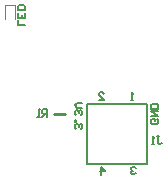
<source format=gbo>
G04*
G04 #@! TF.GenerationSoftware,Altium Limited,Altium Designer,22.5.1 (42)*
G04*
G04 Layer_Color=32896*
%FSLAX24Y24*%
%MOIN*%
G70*
G04*
G04 #@! TF.SameCoordinates,5C00E3EC-F711-4006-A76F-14F01AC31ACF*
G04*
G04*
G04 #@! TF.FilePolarity,Positive*
G04*
G01*
G75*
%ADD10C,0.0100*%
%ADD16C,0.0080*%
%ADD21C,0.0040*%
%ADD22C,0.0050*%
D10*
X15330Y104900D02*
X15690D01*
D16*
X16440Y103240D02*
X18440D01*
X16440Y105240D02*
X18440D01*
X16440Y103240D02*
Y105240D01*
X18440Y103240D02*
Y105240D01*
D21*
X13690Y108060D02*
Y108530D01*
X14030Y108060D02*
Y108530D01*
X13690D02*
X14030D01*
D22*
X17980Y105360D02*
X17897D01*
X17938D01*
Y105610D01*
X17980Y105568D01*
X16823Y105360D02*
X16990D01*
X16823Y105527D01*
Y105568D01*
X16865Y105610D01*
X16948D01*
X16990Y105568D01*
X16238Y104390D02*
X16280Y104432D01*
Y104515D01*
X16238Y104557D01*
X16197D01*
X16155Y104515D01*
Y104473D01*
Y104515D01*
X16113Y104557D01*
X16072D01*
X16030Y104515D01*
Y104432D01*
X16072Y104390D01*
X16030Y104640D02*
X16072D01*
Y104682D01*
X16030D01*
Y104640D01*
X16238Y104848D02*
X16280Y104890D01*
Y104973D01*
X16238Y105015D01*
X16197D01*
X16155Y104973D01*
Y104931D01*
Y104973D01*
X16113Y105015D01*
X16072D01*
X16030Y104973D01*
Y104890D01*
X16072Y104848D01*
X16280Y105098D02*
X16113D01*
X16030Y105181D01*
X16113Y105265D01*
X16280D01*
X18778Y104727D02*
X18820Y104685D01*
Y104602D01*
X18778Y104560D01*
X18612D01*
X18570Y104602D01*
Y104685D01*
X18612Y104727D01*
X18695D01*
Y104643D01*
X18570Y104810D02*
X18820D01*
X18570Y104977D01*
X18820D01*
Y105060D02*
X18570D01*
Y105185D01*
X18612Y105226D01*
X18778D01*
X18820Y105185D01*
Y105060D01*
X16915Y102860D02*
Y103110D01*
X17040Y102985D01*
X16873D01*
X18060Y103088D02*
X18018Y103130D01*
X17935D01*
X17893Y103088D01*
Y103047D01*
X17935Y103005D01*
X17977D01*
X17935D01*
X17893Y102963D01*
Y102922D01*
X17935Y102880D01*
X18018D01*
X18060Y102922D01*
X18760Y104145D02*
X18843D01*
X18802D01*
Y103937D01*
X18843Y103895D01*
X18885D01*
X18927Y103937D01*
X18677Y103895D02*
X18593D01*
X18635D01*
Y104145D01*
X18677Y104103D01*
X15117Y104805D02*
Y105055D01*
X14992D01*
X14950Y105013D01*
Y104930D01*
X14992Y104888D01*
X15117D01*
X15033D02*
X14950Y104805D01*
X14867D02*
X14783D01*
X14825D01*
Y105055D01*
X14867Y105013D01*
X14385Y107847D02*
X14135D01*
Y108013D01*
X14385Y108263D02*
Y108097D01*
X14135D01*
Y108263D01*
X14260Y108097D02*
Y108180D01*
X14385Y108347D02*
X14135D01*
Y108472D01*
X14177Y108513D01*
X14343D01*
X14385Y108472D01*
Y108347D01*
M02*

</source>
